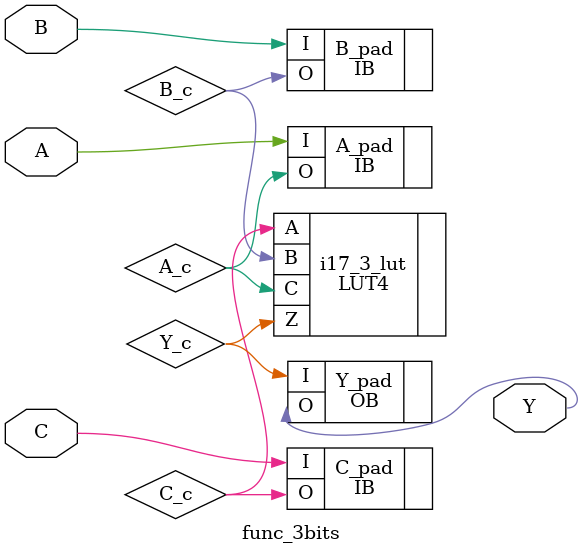
<source format=v>

module func_3bits (A, B, C, Y);   // d:/rtl_fpga/verilog/aula15_mux/func_3bits.vhd(4[8:18])
    input A;   // d:/rtl_fpga/verilog/aula15_mux/func_3bits.vhd(6[2:3])
    input B;   // d:/rtl_fpga/verilog/aula15_mux/func_3bits.vhd(6[5:6])
    input C;   // d:/rtl_fpga/verilog/aula15_mux/func_3bits.vhd(6[8:9])
    output Y;   // d:/rtl_fpga/verilog/aula15_mux/func_3bits.vhd(7[2:3])
    
    
    wire A_c, B_c, C_c, Y_c, GND_net, VCC_net;
    
    VLO i29 (.Z(GND_net));
    IB C_pad (.I(C), .O(C_c));   // d:/rtl_fpga/verilog/aula15_mux/func_3bits.vhd(6[8:9])
    IB B_pad (.I(B), .O(B_c));   // d:/rtl_fpga/verilog/aula15_mux/func_3bits.vhd(6[5:6])
    PUR PUR_INST (.PUR(VCC_net));
    defparam PUR_INST.RST_PULSE = 1;
    LUT4 i17_3_lut (.A(C_c), .B(B_c), .C(A_c), .Z(Y_c)) /* synthesis lut_function=(!(A+(B (C)+!B !(C)))) */ ;   // d:/rtl_fpga/verilog/aula15_mux/func_3bits.vhd(53[6:14])
    defparam i17_3_lut.init = 16'h1414;
    IB A_pad (.I(A), .O(A_c));   // d:/rtl_fpga/verilog/aula15_mux/func_3bits.vhd(6[2:3])
    GSR GSR_INST (.GSR(VCC_net));
    OB Y_pad (.I(Y_c), .O(Y));   // d:/rtl_fpga/verilog/aula15_mux/func_3bits.vhd(7[2:3])
    VHI i30 (.Z(VCC_net));
    
endmodule
//
// Verilog Description of module PUR
// module not written out since it is a black-box. 
//


</source>
